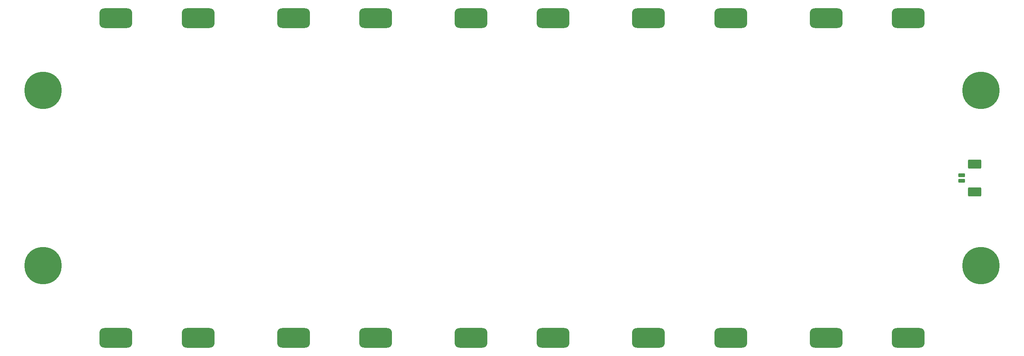
<source format=gtp>
G04 #@! TF.GenerationSoftware,KiCad,Pcbnew,7.0.8*
G04 #@! TF.CreationDate,2023-11-12T21:23:09-08:00*
G04 #@! TF.ProjectId,10p-battery-holder,3130702d-6261-4747-9465-72792d686f6c,V1*
G04 #@! TF.SameCoordinates,Original*
G04 #@! TF.FileFunction,Paste,Top*
G04 #@! TF.FilePolarity,Positive*
%FSLAX46Y46*%
G04 Gerber Fmt 4.6, Leading zero omitted, Abs format (unit mm)*
G04 Created by KiCad (PCBNEW 7.0.8) date 2023-11-12 21:23:09*
%MOMM*%
%LPD*%
G01*
G04 APERTURE LIST*
G04 Aperture macros list*
%AMRoundRect*
0 Rectangle with rounded corners*
0 $1 Rounding radius*
0 $2 $3 $4 $5 $6 $7 $8 $9 X,Y pos of 4 corners*
0 Add a 4 corners polygon primitive as box body*
4,1,4,$2,$3,$4,$5,$6,$7,$8,$9,$2,$3,0*
0 Add four circle primitives for the rounded corners*
1,1,$1+$1,$2,$3*
1,1,$1+$1,$4,$5*
1,1,$1+$1,$6,$7*
1,1,$1+$1,$8,$9*
0 Add four rect primitives between the rounded corners*
20,1,$1+$1,$2,$3,$4,$5,0*
20,1,$1+$1,$4,$5,$6,$7,0*
20,1,$1+$1,$6,$7,$8,$9,0*
20,1,$1+$1,$8,$9,$2,$3,0*%
G04 Aperture macros list end*
%ADD10RoundRect,1.125000X-2.625000X-1.125000X2.625000X-1.125000X2.625000X1.125000X-2.625000X1.125000X0*%
%ADD11C,8.500000*%
%ADD12RoundRect,0.200000X0.600000X-0.200000X0.600000X0.200000X-0.600000X0.200000X-0.600000X-0.200000X0*%
%ADD13RoundRect,0.250001X1.249999X-0.799999X1.249999X0.799999X-1.249999X0.799999X-1.249999X-0.799999X0*%
G04 APERTURE END LIST*
D10*
X183620000Y-54000000D03*
X202380000Y-54000000D03*
X183620000Y-127000000D03*
X202380000Y-127000000D03*
D11*
X45500000Y-70500000D03*
X45500000Y-110500000D03*
X259500000Y-110500000D03*
D10*
X102620000Y-54000000D03*
X121380000Y-54000000D03*
X102620000Y-127000000D03*
X121380000Y-127000000D03*
D12*
X255100000Y-91125000D03*
X255100000Y-89875000D03*
D13*
X258000000Y-93675000D03*
X258000000Y-87325000D03*
D11*
X259500000Y-70500000D03*
D10*
X224120000Y-54000000D03*
X242880000Y-54000000D03*
X224120000Y-127000000D03*
X242880000Y-127000000D03*
X143120000Y-54000000D03*
X161880000Y-54000000D03*
X143120000Y-127000000D03*
X161880000Y-127000000D03*
X62120000Y-54000000D03*
X80880000Y-54000000D03*
X62120000Y-127000000D03*
X80880000Y-127000000D03*
M02*

</source>
